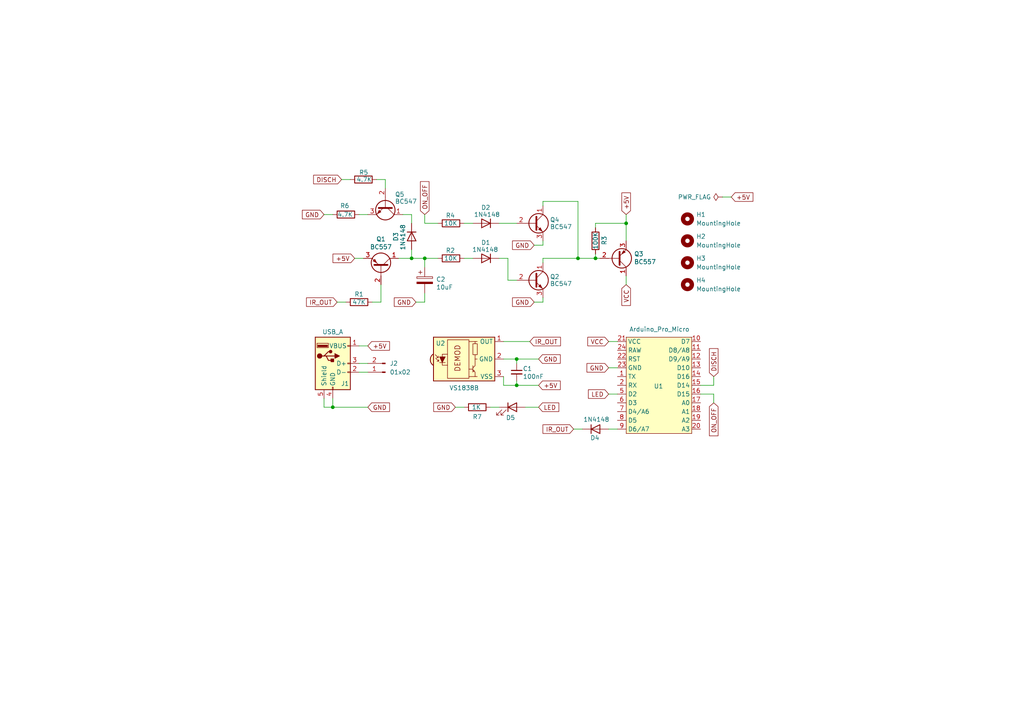
<source format=kicad_sch>
(kicad_sch (version 20250114) (generator "eeschema") (generator_version "9.0")
  (paper "A4")
  (lib_symbols
    (symbol "Connector:Conn_01x02_Pin" (pin_names (offset 1.016) (hide yes))
      (property "Reference" "J" (at 0 2.54 0))
      (property "Value" "Conn_01x02_Pin" (at 0 -5.08 0))
      (symbol "Conn_01x02_Pin_1_1"
        (rectangle (start 0.8636 0.127) (end 0 -0.127) (stroke (width 0.1524)) (fill (type outline)))
        (rectangle (start 0.8636 -2.413) (end 0 -2.667) (stroke (width 0.1524)) (fill (type outline)))
        (polyline (pts (xy 1.27 0) (xy 0.8636 0)) (stroke (width 0.1524)))
        (polyline (pts (xy 1.27 -2.54) (xy 0.8636 -2.54)) (stroke (width 0.1524)))
        (pin passive line (at 5.08 0 180) (length 3.81) (name "Pin_1") (number "1"))
        (pin passive line (at 5.08 -2.54 180) (length 3.81) (name "Pin_2") (number "2"))
      )
    )
    (symbol "Connector:USB_A" (pin_names (offset 1.016))
      (property "Reference" "J1" (at 3.556 -5.842 0))
      (property "Value" "USB_A" (at 0 9.144 0))
      (symbol "USB_A_0_1"
        (rectangle (start -5.08 -7.62) (end 5.08 7.62) (stroke (width 0.254)) (fill (type background)))
        (circle (center -3.81 2.159) (radius 0.635) (stroke (width 0.254)) (fill (type outline)))
        (polyline (pts (xy -3.175 2.159) (xy -2.54 2.159) (xy -1.27 3.429) (xy -0.635 3.429)) (stroke (width 0.254)))
        (polyline (pts (xy -2.54 2.159) (xy -1.905 2.159) (xy -1.27 0.889) (xy 0 0.889)) (stroke (width 0.254)))
        (rectangle (start -1.524 4.826) (end -4.318 5.334) (fill (type outline)))
        (rectangle (start -1.27 4.572) (end -4.572 5.842))
        (circle (center -0.635 3.429) (radius 0.381) (stroke (width 0.254)) (fill (type outline)))
        (rectangle (start -0.127 -7.62) (end 0.127 -6.858))
        (rectangle (start 0.254 1.27) (end -0.508 0.508) (stroke (width 0.254)) (fill (type outline)))
        (polyline (pts (xy 0.635 2.794) (xy 0.635 1.524) (xy 1.905 2.159) (xy 0.635 2.794)) (stroke (width 0.254)) (fill (type outline)))
        (rectangle (start 5.08 4.953) (end 4.318 5.207))
        (rectangle (start 5.08 -0.127) (end 4.318 0.127))
        (rectangle (start 5.08 -2.667) (end 4.318 -2.413))
      )
      (symbol "USB_A_1_1"
        (polyline (pts (xy -1.905 2.159) (xy 0.635 2.159)) (stroke (width 0.254)))
        (pin passive line (at -2.54 -10.16 90) (length 2.54) (name "Shield") (number "5"))
        (pin passive line (at 0 -10.16 90) (length 2.54) (name "GND") (number "4"))
        (pin power_in line (at 7.62 5.08 180) (length 2.54) (name "VBUS") (number "1"))
        (pin free line (at 7.62 0 180) (length 2.54) (name "D+") (number "3"))
        (pin free line (at 7.62 -2.54 180) (length 2.54) (name "D-") (number "2"))
      )
    )
    (symbol "Custom:VS1838B"
      (property "Reference" "U2" (at -8.128 4.572 0))
      (property "Value" "VS1838B" (at -1.27 -8.382 0))
      (symbol "VS1838B_0_0"
        (arc (start -10.287 -1.778) (mid -11.0899 -0.1905) (end -10.287 1.397) (stroke (width 0.254)) (fill (type background)))
        (polyline (pts (xy 1.905 5.08) (xy 0.127 5.08)))
        (polyline (pts (xy 1.905 -5.08) (xy 0.127 -5.08)))
        (text "DEMOD" (at -3.175 0.254 900) (effects (font (size 1.524 1.524))))
      )
      (symbol "VS1838B_0_1"
        (polyline (pts (xy -8.763 0.381) (xy -9.652 1.27)))
        (polyline (pts (xy -8.763 0.381) (xy -9.271 0.381)))
        (polyline (pts (xy -8.763 0.381) (xy -8.763 0.889)))
        (polyline (pts (xy -8.636 -0.635) (xy -9.525 0.254)))
        (polyline (pts (xy -8.636 -0.635) (xy -9.144 -0.635)))
        (polyline (pts (xy -8.636 -0.635) (xy -8.636 -0.127)))
        (polyline (pts (xy -8.382 0.635) (xy -6.731 0.635) (xy -7.62 -1.016) (xy -8.382 0.635)) (fill (type outline)))
        (polyline (pts (xy -8.382 -1.016) (xy -6.731 -1.016)))
        (rectangle (start -6.096 5.588) (end 0.127 -5.588))
        (polyline (pts (xy -6.096 1.397) (xy -7.62 1.397) (xy -7.62 -1.778) (xy -6.096 -1.778)))
        (polyline (pts (xy 1.27 -1.905) (xy 1.27 -3.81)))
        (polyline (pts (xy 1.27 -2.54) (xy 1.905 -1.905) (xy 1.905 0) (xy 2.54 0)))
        (polyline (pts (xy 1.27 -2.921) (xy 0.127 -2.921)))
        (polyline (pts (xy 1.27 -3.175) (xy 1.905 -3.81) (xy 1.905 -5.08) (xy 2.54 -5.08)))
        (polyline (pts (xy 1.397 -3.556) (xy 1.524 -3.556)))
        (polyline (pts (xy 1.651 -3.556) (xy 1.524 -3.556)))
        (polyline (pts (xy 1.651 -3.556) (xy 1.651 -3.302)))
        (polyline (pts (xy 1.905 4.445) (xy 1.905 5.08) (xy 2.54 5.08)))
        (polyline (pts (xy 1.905 0) (xy 1.905 1.27)))
        (rectangle (start 2.54 1.27) (end 1.27 4.445))
        (rectangle (start 7.62 6.35) (end -10.16 -6.35) (stroke (width 0.254)) (fill (type background)))
      )
      (symbol "VS1838B_1_1"
        (pin output line (at 10.16 5.08 180) (length 2.54) (name "OUT") (number "1"))
        (pin passive line (at 10.16 0 180) (length 2.54) (name "GND") (number "2"))
        (pin power_in line (at 10.16 -5.08 180) (length 2.54) (name "VSS") (number "3"))
      )
    )
    (symbol "D_1" (pin_numbers (hide yes)) (pin_names (offset 1.016) (hide yes))
      (property "Reference" "D5" (at -1.27 -3.048 0))
      (property "Value" "1N5817" (at -3.302 -5.334 0))
      (symbol "D_1_0_1"
        (polyline (pts (xy -1.27 1.27) (xy -1.27 -1.27)) (stroke (width 0.254)))
        (polyline (pts (xy 1.27 1.27) (xy 1.27 -1.27) (xy -1.27 0) (xy 1.27 1.27)) (stroke (width 0.254)))
        (polyline (pts (xy 1.27 0) (xy -1.27 0)))
      )
      (symbol "D_1_1_1"
        (pin passive line (at -3.81 0 0) (length 2.54) (name "K") (number "1"))
        (pin passive line (at 3.81 0 180) (length 2.54) (name "A") (number "2"))
      )
    )
    (symbol "Device:C_Polarized" (pin_numbers (hide yes)) (pin_names (offset 0.254))
      (property "Reference" "C" (at 0.635 2.54 0))
      (property "Value" "C_Polarized" (at 0.635 -2.54 0))
      (symbol "C_Polarized_0_1"
        (rectangle (start -2.286 0.508) (end 2.286 1.016))
        (polyline (pts (xy -1.778 2.286) (xy -0.762 2.286)))
        (polyline (pts (xy -1.27 2.794) (xy -1.27 1.778)))
        (rectangle (start 2.286 -0.508) (end -2.286 -1.016) (fill (type outline)))
      )
      (symbol "C_Polarized_1_1"
        (pin passive line (at 0 3.81 270) (length 2.794) (name "~") (number "1"))
        (pin passive line (at 0 -3.81 90) (length 2.794) (name "~") (number "2"))
      )
    )
    (symbol "Device:D" (pin_numbers (hide yes)) (pin_names (offset 1.016) (hide yes))
      (property "Reference" "D" (at 0 2.54 0))
      (property "Value" "D" (at 0 -2.54 0))
      (symbol "D_0_1"
        (polyline (pts (xy -1.27 1.27) (xy -1.27 -1.27)) (stroke (width 0.254)))
        (polyline (pts (xy 1.27 1.27) (xy 1.27 -1.27) (xy -1.27 0) (xy 1.27 1.27)) (stroke (width 0.254)))
        (polyline (pts (xy 1.27 0) (xy -1.27 0)))
      )
      (symbol "D_1_1"
        (pin passive line (at -3.81 0 0) (length 2.54) (name "K") (number "1"))
        (pin passive line (at 3.81 0 180) (length 2.54) (name "A") (number "2"))
      )
    )
    (symbol "Device:LED" (pin_numbers (hide yes)) (pin_names (offset 1.016) (hide yes))
      (property "Reference" "D" (at 0 2.54 0))
      (property "Value" "LED" (at 0 -2.54 0))
      (symbol "LED_0_1"
        (polyline (pts (xy -3.048 -0.762) (xy -4.572 -2.286) (xy -3.81 -2.286) (xy -4.572 -2.286) (xy -4.572 -1.524)))
        (polyline (pts (xy -1.778 -0.762) (xy -3.302 -2.286) (xy -2.54 -2.286) (xy -3.302 -2.286) (xy -3.302 -1.524)))
        (polyline (pts (xy -1.27 0) (xy 1.27 0)))
        (polyline (pts (xy -1.27 -1.27) (xy -1.27 1.27)) (stroke (width 0.254)))
        (polyline (pts (xy 1.27 -1.27) (xy 1.27 1.27) (xy -1.27 0) (xy 1.27 -1.27)) (stroke (width 0.254)))
      )
      (symbol "LED_1_1"
        (pin passive line (at -3.81 0 0) (length 2.54) (name "K") (number "1"))
        (pin passive line (at 3.81 0 180) (length 2.54) (name "A") (number "2"))
      )
    )
    (symbol "Device:R" (pin_numbers (hide yes)) (pin_names (offset 0))
      (property "Reference" "R" (at 2.032 0 90))
      (property "Value" "R" (at 0 0 90))
      (symbol "R_0_1"
        (rectangle (start -1.016 -2.54) (end 1.016 2.54) (stroke (width 0.254)))
      )
      (symbol "R_1_1"
        (pin passive line (at 0 3.81 270) (length 1.27) (name "~") (number "1"))
        (pin passive line (at 0 -3.81 90) (length 1.27) (name "~") (number "2"))
      )
    )
    (symbol "Mechanical:MountingHole" (pin_names (offset 1.016)) (in_bom no)
      (property "Reference" "H" (at 0 5.08 0))
      (property "Value" "MountingHole" (at 0 3.175 0))
      (symbol "MountingHole_0_1"
        (circle (center 0 0) (radius 1.27) (stroke (width 1.27)))
      )
    )
    (symbol "PCM_SparkFun-Board:ProMicroC"
      (property "Reference" "U1" (at 9.398 -15.494 0))
      (property "Value" "Arduino_Pro_Micro" (at 9.652 1.016 0))
      (symbol "ProMicroC_1_1"
        (rectangle (start 0 -1.27) (end 19.05 -29.21) (fill (type background)))
        (pin input line (at -2.54 -2.54 0) (length 2.54) (name "VCC") (number "21"))
        (pin free line (at -2.54 -5.08 0) (length 2.54) (name "RAW") (number "24"))
        (pin free line (at -2.54 -7.62 0) (length 2.54) (name "RST") (number "22"))
        (pin passive line (at -2.54 -10.16 0) (length 2.54) (name "GND") (number "23"))
        (pin passive line (at -2.54 -10.16 0) (length 2.54) (hide yes) (name "GND") (number "3"))
        (pin passive line (at -2.54 -10.16 0) (length 2.54) (hide yes) (name "GND") (number "4"))
        (pin free line (at -2.54 -12.7 0) (length 2.54) (name "TX") (number "1"))
        (pin free line (at -2.54 -15.24 0) (length 2.54) (name "RX") (number "2"))
        (pin bidirectional line (at -2.54 -17.78 0) (length 2.54) (name "D2") (number "5"))
        (pin free line (at -2.54 -20.32 0) (length 2.54) (name "D3") (number "6"))
        (pin free line (at -2.54 -22.86 0) (length 2.54) (name "D4/A6") (number "7"))
        (pin free line (at -2.54 -25.4 0) (length 2.54) (name "D5") (number "8"))
        (pin bidirectional line (at -2.54 -27.94 0) (length 2.54) (name "D6/A7") (number "9"))
        (pin free line (at 21.59 -2.54 180) (length 2.54) (name "D7") (number "10"))
        (pin free line (at 21.59 -5.08 180) (length 2.54) (name "D8/A8") (number "11"))
        (pin free line (at 21.59 -7.62 180) (length 2.54) (name "D9/A9") (number "12"))
        (pin free line (at 21.59 -10.16 180) (length 2.54) (name "D10") (number "13"))
        (pin free line (at 21.59 -12.7 180) (length 2.54) (name "D16") (number "14"))
        (pin bidirectional line (at 21.59 -15.24 180) (length 2.54) (name "D14") (number "15"))
        (pin bidirectional line (at 21.59 -17.78 180) (length 2.54) (name "D15") (number "16"))
        (pin free line (at 21.59 -20.32 180) (length 2.54) (name "A0") (number "17"))
        (pin free line (at 21.59 -22.86 180) (length 2.54) (name "A1") (number "18"))
        (pin free line (at 21.59 -25.4 180) (length 2.54) (name "A2") (number "19"))
        (pin free line (at 21.59 -27.94 180) (length 2.54) (name "A3") (number "20"))
      )
    )
    (symbol "PCM_SparkFun-Capacitor:C" (pin_numbers (hide yes)) (pin_names (offset 0.254))
      (property "Reference" "C" (at 0.635 2.54 0))
      (property "Value" "C" (at 0.635 -2.54 0))
      (property "Voltage" "1kV" (at 0 -6.35 0))
      (property "Tolerance" "100%" (at 0 -8.89 0))
      (symbol "C_0_1"
        (polyline (pts (xy -1.524 0.508) (xy 1.524 0.508)) (stroke (width 0.3048)))
        (polyline (pts (xy -1.524 -0.508) (xy 1.524 -0.508)) (stroke (width 0.3302)))
      )
      (symbol "C_1_1"
        (pin passive line (at 0 2.54 270) (length 2.032) (name "~") (number "1"))
        (pin passive line (at 0 -2.54 90) (length 2.032) (name "~") (number "2"))
      )
    )
    (symbol "Transistor_BJT:BC547" (pin_names (offset 0) (hide yes))
      (property "Reference" "Q" (at 5.08 1.905 0))
      (property "Value" "BC547" (at 5.08 0 0))
      (symbol "BC547_0_1"
        (polyline (pts (xy -2.54 0) (xy 0.635 0)))
        (polyline (pts (xy 0.635 1.905) (xy 0.635 -1.905)) (stroke (width 0.508)))
        (circle (center 1.27 0) (radius 2.8194) (stroke (width 0.254)))
      )
      (symbol "BC547_1_1"
        (polyline (pts (xy 0.635 0.635) (xy 2.54 2.54)))
        (polyline (pts (xy 0.635 -0.635) (xy 2.54 -2.54)))
        (polyline (pts (xy 1.27 -1.778) (xy 1.778 -1.27) (xy 2.286 -2.286) (xy 1.27 -1.778)) (fill (type outline)))
        (pin input line (at -5.08 0 0) (length 2.54) (name "B") (number "2"))
        (pin passive line (at 2.54 5.08 270) (length 2.54) (name "C") (number "1"))
        (pin passive line (at 2.54 -5.08 90) (length 2.54) (name "E") (number "3"))
      )
    )
    (symbol "Transistor_BJT:BC557" (pin_names (offset 0) (hide yes))
      (property "Reference" "Q" (at 5.08 1.905 0))
      (property "Value" "BC557" (at 5.08 0 0))
      (symbol "BC557_0_1"
        (polyline (pts (xy -2.54 0) (xy 0.635 0)))
        (polyline (pts (xy 0.635 1.905) (xy 0.635 -1.905)) (stroke (width 0.508)))
        (polyline (pts (xy 0.635 0.635) (xy 2.54 2.54)))
        (polyline (pts (xy 0.635 -0.635) (xy 2.54 -2.54)))
        (circle (center 1.27 0) (radius 2.8194) (stroke (width 0.254)))
        (polyline (pts (xy 2.286 -1.778) (xy 1.778 -2.286) (xy 1.27 -1.27) (xy 2.286 -1.778)) (fill (type outline)))
      )
      (symbol "BC557_1_1"
        (pin input line (at -5.08 0 0) (length 2.54) (name "B") (number "2"))
        (pin passive line (at 2.54 5.08 270) (length 2.54) (name "C") (number "1"))
        (pin passive line (at 2.54 -5.08 90) (length 2.54) (name "E") (number "3"))
      )
    )
    (symbol "power:PWR_FLAG" (power) (pin_numbers (hide yes)) (pin_names (offset 0) (hide yes))
      (property "Value" "PWR_FLAG" (at 0 3.81 0))
      (symbol "PWR_FLAG_0_0"
        (pin power_out line (at 0 0 90) (length 0) (name "~") (number "1"))
      )
      (symbol "PWR_FLAG_0_1"
        (polyline (pts (xy 0 0) (xy 0 1.27) (xy -1.016 1.905) (xy 0 2.54) (xy 1.016 1.905) (xy 0 1.27)))
      )
    )
  )
  (junction (at 167.64 74.93))
  (junction (at 181.61 64.77))
  (junction (at 172.72 74.93))
  (junction (at 123.19 74.93))
  (junction (at 96.52 118.11))
  (junction (at 149.86 111.76))
  (junction (at 119.38 74.93))
  (junction (at 149.86 104.14))
  (wire (pts (xy 157.48 59.69) (xy 157.48 58.42)))
  (wire (pts (xy 156.21 104.14) (xy 149.86 104.14)))
  (wire (pts (xy 123.19 85.09) (xy 123.19 87.63)))
  (wire (pts (xy 123.19 64.77) (xy 127 64.77)))
  (wire (pts (xy 167.64 74.93) (xy 172.72 74.93)))
  (wire (pts (xy 207.01 109.22) (xy 207.01 111.76)))
  (wire (pts (xy 147.32 81.28) (xy 149.86 81.28)))
  (wire (pts (xy 106.68 118.11) (xy 96.52 118.11)))
  (wire (pts (xy 144.78 118.11) (xy 142.24 118.11)))
  (wire (pts (xy 93.98 62.23) (xy 96.52 62.23)))
  (wire (pts (xy 120.65 87.63) (xy 123.19 87.63)))
  (wire (pts (xy 176.53 114.3) (xy 179.07 114.3)))
  (wire (pts (xy 119.38 72.39) (xy 119.38 74.93)))
  (wire (pts (xy 154.94 87.63) (xy 157.48 87.63)))
  (wire (pts (xy 181.61 80.01) (xy 181.61 82.55)))
  (wire (pts (xy 157.48 71.12) (xy 157.48 69.85)))
  (wire (pts (xy 207.01 114.3) (xy 207.01 116.84)))
  (wire (pts (xy 181.61 62.23) (xy 181.61 64.77)))
  (wire (pts (xy 134.62 74.93) (xy 137.16 74.93)))
  (wire (pts (xy 157.48 74.93) (xy 167.64 74.93)))
  (wire (pts (xy 115.57 74.93) (xy 119.38 74.93)))
  (wire (pts (xy 147.32 81.28) (xy 147.32 74.93)))
  (wire (pts (xy 107.95 87.63) (xy 110.49 87.63)))
  (wire (pts (xy 156.21 111.76) (xy 149.86 111.76)))
  (wire (pts (xy 157.48 58.42) (xy 167.64 58.42)))
  (wire (pts (xy 167.64 58.42) (xy 167.64 74.93)))
  (wire (pts (xy 172.72 64.77) (xy 181.61 64.77)))
  (wire (pts (xy 176.53 99.06) (xy 179.07 99.06)))
  (wire (pts (xy 93.98 115.57) (xy 93.98 118.11)))
  (wire (pts (xy 172.72 66.04) (xy 172.72 64.77)))
  (wire (pts (xy 152.4 118.11) (xy 156.21 118.11)))
  (wire (pts (xy 104.14 62.23) (xy 106.68 62.23)))
  (wire (pts (xy 119.38 62.23) (xy 119.38 64.77)))
  (wire (pts (xy 154.94 71.12) (xy 157.48 71.12)))
  (wire (pts (xy 157.48 86.36) (xy 157.48 87.63)))
  (wire (pts (xy 123.19 62.23) (xy 123.19 64.77)))
  (wire (pts (xy 176.53 106.68) (xy 179.07 106.68)))
  (wire (pts (xy 104.14 100.33) (xy 106.68 100.33)))
  (wire (pts (xy 146.05 111.76) (xy 146.05 109.22)))
  (wire (pts (xy 149.86 105.41) (xy 149.86 104.14)))
  (wire (pts (xy 119.38 62.23) (xy 116.84 62.23)))
  (wire (pts (xy 209.55 57.15) (xy 212.09 57.15)))
  (wire (pts (xy 181.61 64.77) (xy 181.61 69.85)))
  (wire (pts (xy 207.01 111.76) (xy 203.2 111.76)))
  (wire (pts (xy 172.72 74.93) (xy 173.99 74.93)))
  (wire (pts (xy 104.14 105.41) (xy 106.68 105.41)))
  (wire (pts (xy 166.37 124.46) (xy 168.91 124.46)))
  (wire (pts (xy 102.87 74.93) (xy 105.41 74.93)))
  (wire (pts (xy 93.98 118.11) (xy 96.52 118.11)))
  (wire (pts (xy 97.79 87.63) (xy 100.33 87.63)))
  (wire (pts (xy 119.38 74.93) (xy 123.19 74.93)))
  (wire (pts (xy 176.53 124.46) (xy 179.07 124.46)))
  (wire (pts (xy 123.19 74.93) (xy 123.19 77.47)))
  (wire (pts (xy 110.49 87.63) (xy 110.49 82.55)))
  (wire (pts (xy 104.14 107.95) (xy 106.68 107.95)))
  (wire (pts (xy 146.05 111.76) (xy 149.86 111.76)))
  (wire (pts (xy 123.19 74.93) (xy 127 74.93)))
  (wire (pts (xy 146.05 104.14) (xy 149.86 104.14)))
  (wire (pts (xy 157.48 76.2) (xy 157.48 74.93)))
  (wire (pts (xy 109.22 52.07) (xy 111.76 52.07)))
  (wire (pts (xy 149.86 111.76) (xy 149.86 110.49)))
  (wire (pts (xy 207.01 114.3) (xy 203.2 114.3)))
  (wire (pts (xy 153.67 99.06) (xy 146.05 99.06)))
  (wire (pts (xy 132.08 118.11) (xy 134.62 118.11)))
  (wire (pts (xy 111.76 52.07) (xy 111.76 54.61)))
  (wire (pts (xy 134.62 64.77) (xy 137.16 64.77)))
  (wire (pts (xy 96.52 118.11) (xy 96.52 115.57)))
  (wire (pts (xy 99.06 52.07) (xy 101.6 52.07)))
  (wire (pts (xy 144.78 64.77) (xy 149.86 64.77)))
  (wire (pts (xy 147.32 74.93) (xy 144.78 74.93)))
  (wire (pts (xy 172.72 73.66) (xy 172.72 74.93)))
  (global_label "DISCH" (shape input) (at 207.01 109.22 90) (property "Intersheetrefs" "${INTERSHEET_REFS}" (effects (hide yes))))
  (global_label "GND" (shape input) (at 154.94 71.12 180) (property "Intersheetrefs" "${INTERSHEET_REFS}" (effects (hide yes))))
  (global_label "LED" (shape input) (at 176.53 114.3 180) (property "Intersheetrefs" "${INTERSHEET_REFS}" (effects (hide yes))))
  (global_label "ON_OFF" (shape input) (at 123.19 62.23 90) (property "Intersheetrefs" "${INTERSHEET_REFS}" (effects (hide yes))))
  (global_label "+5V" (shape input) (at 102.87 74.93 180) (property "Intersheetrefs" "${INTERSHEET_REFS}" (effects (hide yes))))
  (global_label "IR_OUT" (shape input) (at 153.67 99.06 0) (property "Intersheetrefs" "${INTERSHEET_REFS}" (effects (hide yes))))
  (global_label "GND" (shape input) (at 156.21 104.14 0) (property "Intersheetrefs" "${INTERSHEET_REFS}" (effects (hide yes))))
  (global_label "+5V" (shape input) (at 156.21 111.76 0) (property "Intersheetrefs" "${INTERSHEET_REFS}" (effects (hide yes))))
  (global_label "ON_OFF" (shape input) (at 207.01 116.84 270) (property "Intersheetrefs" "${INTERSHEET_REFS}" (effects (hide yes))))
  (global_label "GND" (shape input) (at 120.65 87.63 180) (property "Intersheetrefs" "${INTERSHEET_REFS}" (effects (hide yes))))
  (global_label "GND" (shape input) (at 93.98 62.23 180) (property "Intersheetrefs" "${INTERSHEET_REFS}" (effects (hide yes))))
  (global_label "+5V" (shape input) (at 181.61 62.23 90) (property "Intersheetrefs" "${INTERSHEET_REFS}" (effects (hide yes))))
  (global_label "VCC" (shape input) (at 176.53 99.06 180) (property "Intersheetrefs" "${INTERSHEET_REFS}" (effects (hide yes))))
  (global_label "+5V" (shape input) (at 212.09 57.15 0) (property "Intersheetrefs" "${INTERSHEET_REFS}" (effects (hide yes))))
  (global_label "IR_OUT" (shape input) (at 166.37 124.46 180) (property "Intersheetrefs" "${INTERSHEET_REFS}" (effects (hide yes))))
  (global_label "DISCH" (shape input) (at 99.06 52.07 180) (property "Intersheetrefs" "${INTERSHEET_REFS}" (effects (hide yes))))
  (global_label "GND" (shape input) (at 106.68 118.11 0) (property "Intersheetrefs" "${INTERSHEET_REFS}" (effects (hide yes))))
  (global_label "IR_OUT" (shape input) (at 97.79 87.63 180) (property "Intersheetrefs" "${INTERSHEET_REFS}" (effects (hide yes))))
  (global_label "+5V" (shape input) (at 106.68 100.33 0) (property "Intersheetrefs" "${INTERSHEET_REFS}" (effects (hide yes))))
  (global_label "LED" (shape input) (at 156.21 118.11 0) (property "Intersheetrefs" "${INTERSHEET_REFS}" (effects (hide yes))))
  (global_label "GND" (shape input) (at 176.53 106.68 180) (property "Intersheetrefs" "${INTERSHEET_REFS}" (effects (hide yes))))
  (global_label "GND" (shape input) (at 132.08 118.11 180) (property "Intersheetrefs" "${INTERSHEET_REFS}" (effects (hide yes))))
  (global_label "VCC" (shape input) (at 181.61 82.55 270) (property "Intersheetrefs" "${INTERSHEET_REFS}" (effects (hide yes))))
  (global_label "GND" (shape input) (at 154.94 87.63 180) (property "Intersheetrefs" "${INTERSHEET_REFS}" (effects (hide yes))))
  (symbol (lib_id "Connector:Conn_01x02_Pin") (at 111.76 107.95 180) (unit 1)
    (property "Reference" "J2" (at 113.03 105.4099 0) (effects (justify right)))
    (property "Value" "01x02" (at 113.03 107.9499 0) (effects (justify right)))
    (property "Footprint" "Connector_JST:JST_EH_B2B-EH-A_1x02_P2.50mm_Vertical" (effects (hide yes)))
    (property "Description" "Generic connector, single row, 01x02, script generated" (effects (hide yes)))
  )
  (symbol (lib_id "Device:R") (at 130.81 64.77 270) (unit 1)
    (property "Reference" "R4" (at 129.286 62.484 90) (effects (justify left)))
    (property "Value" "10K" (at 128.778 64.77 90) (effects (justify left)))
    (property "Footprint" "Resistor_THT:R_Axial_DIN0207_L6.3mm_D2.5mm_P2.54mm_Vertical" (effects (hide yes)))
    (property "Description" "Resistor" (effects (hide yes)))
  )
  (symbol (lib_name "D_1") (lib_id "Device:D") (at 172.72 124.46 0) (mirror x) (unit 1)
    (property "Reference" "D4" (at 171.196 127 0) (effects (justify left)))
    (property "Value" "1N4148" (at 169.164 121.666 0) (effects (justify left)))
    (property "Footprint" "Diode_THT:D_DO-35_SOD27_P7.62mm_Horizontal" (effects (hide yes)))
    (property "Description" "Diode" (effects (hide yes)))
    (property "Sim.Device" "D" (effects (hide yes)))
    (property "Sim.Pins" "1=K 2=A" (effects (hide yes)))
  )
  (symbol (lib_id "PCM_SparkFun-Board:ProMicroC") (at 181.61 96.52 0) (unit 1)
    (property "Reference" "U1" (at 191.008 112.014 0))
    (property "Value" "Arduino_Pro_Micro" (at 191.262 95.504 0))
    (property "Footprint" "Custom:Arduino_Pro_Micro" (effects (hide yes)))
    (property "Datasheet" "https://www.sparkfun.com/products/15795" (effects (hide yes)))
  )
  (symbol (lib_id "Device:LED") (at 148.59 118.11 0) (unit 1)
    (property "Reference" "D5" (at 148.082 121.158 0))
    (property "Value" "LED" (effects (hide yes)))
    (property "Footprint" "LED_THT:LED_D5.0mm" (effects (hide yes)))
    (property "Description" "Light emitting diode" (effects (hide yes)))
    (property "Sim.Pins" "1=K 2=A" (effects (hide yes)))
  )
  (symbol (lib_id "Device:D") (at 119.38 68.58 270) (unit 1)
    (property "Reference" "D3" (at 114.808 67.31 0) (effects (justify left)))
    (property "Value" "1N4148" (at 116.84 65.024 0) (effects (justify left)))
    (property "Footprint" "Diode_THT:D_DO-35_SOD27_P7.62mm_Horizontal" (effects (hide yes)))
    (property "Description" "Diode" (effects (hide yes)))
    (property "Sim.Device" "D" (effects (hide yes)))
    (property "Sim.Pins" "1=K 2=A" (effects (hide yes)))
  )
  (symbol (lib_id "Transistor_BJT:BC557") (at 179.07 74.93 0) (mirror x) (unit 1)
    (property "Reference" "Q3" (at 183.896 73.66 0) (effects (justify left)))
    (property "Value" "BC557" (at 183.896 75.946 0) (effects (justify left)))
    (property "Footprint" "Package_TO_SOT_THT:TO-92_Inline_Wide" (effects (hide yes)))
    (property "Datasheet" "https://www.onsemi.com/pub/Collateral/BC556BTA-D.pdf" (effects (hide yes)))
    (property "Description" "0.1A Ic, 45V Vce, PNP Small Signal Transistor, TO-92" (effects (hide yes)))
  )
  (symbol (lib_id "Device:R") (at 104.14 87.63 90) (unit 1)
    (property "Reference" "R1" (at 104.14 85.344 90))
    (property "Value" "47K" (at 104.14 87.63 90))
    (property "Footprint" "Resistor_THT:R_Axial_DIN0207_L6.3mm_D2.5mm_P2.54mm_Vertical" (effects (hide yes)))
    (property "Description" "Resistor" (effects (hide yes)))
  )
  (symbol (lib_id "Mechanical:MountingHole") (at 199.39 63.5 0) (unit 1) (in_bom no)
    (property "Reference" "H1" (at 201.93 62.2299 0) (effects (justify left)))
    (property "Value" "MountingHole" (at 201.93 64.7699 0) (effects (justify left)))
    (property "Footprint" "MountingHole:MountingHole_2mm" (effects (hide yes)))
    (property "Description" "Mounting Hole without connection" (effects (hide yes)))
  )
  (symbol (lib_id "Mechanical:MountingHole") (at 199.39 82.55 0) (unit 1) (in_bom no)
    (property "Reference" "H4" (at 201.93 81.2799 0) (effects (justify left)))
    (property "Value" "MountingHole" (at 201.93 83.8199 0) (effects (justify left)))
    (property "Footprint" "MountingHole:MountingHole_2mm" (effects (hide yes)))
    (property "Description" "Mounting Hole without connection" (effects (hide yes)))
  )
  (symbol (lib_id "Transistor_BJT:BC547") (at 154.94 81.28 0) (unit 1)
    (property "Reference" "Q2" (at 159.512 80.264 0) (effects (justify left)))
    (property "Value" "BC547" (at 159.512 82.296 0) (effects (justify left)))
    (property "Footprint" "Package_TO_SOT_THT:TO-92_Inline_Wide" (effects (hide yes)))
    (property "Datasheet" "https://www.onsemi.com/pub/Collateral/BC550-D.pdf" (effects (hide yes)))
    (property "Description" "0.1A Ic, 45V Vce, Small Signal NPN Transistor, TO-92" (effects (hide yes)))
  )
  (symbol (lib_id "Transistor_BJT:BC547") (at 111.76 59.69 270) (unit 1)
    (property "Reference" "Q5" (at 114.554 56.388 90) (effects (justify left)))
    (property "Value" "BC547" (at 114.554 58.42 90) (effects (justify left)))
    (property "Footprint" "Package_TO_SOT_THT:TO-92_Inline_Wide" (effects (hide yes)))
    (property "Datasheet" "https://www.onsemi.com/pub/Collateral/BC550-D.pdf" (effects (hide yes)))
    (property "Description" "0.1A Ic, 45V Vce, Small Signal NPN Transistor, TO-92" (effects (hide yes)))
  )
  (symbol (lib_id "Mechanical:MountingHole") (at 199.39 76.2 0) (unit 1) (in_bom no)
    (property "Reference" "H3" (at 201.93 74.9299 0) (effects (justify left)))
    (property "Value" "MountingHole" (at 201.93 77.4699 0) (effects (justify left)))
    (property "Footprint" "MountingHole:MountingHole_2mm" (effects (hide yes)))
    (property "Description" "Mounting Hole without connection" (effects (hide yes)))
  )
  (symbol (lib_id "Device:R") (at 130.81 74.93 270) (unit 1)
    (property "Reference" "R2" (at 129.286 72.644 90) (effects (justify left)))
    (property "Value" "10K" (at 128.778 74.93 90) (effects (justify left)))
    (property "Footprint" "Resistor_THT:R_Axial_DIN0207_L6.3mm_D2.5mm_P2.54mm_Vertical" (effects (hide yes)))
    (property "Description" "Resistor" (effects (hide yes)))
  )
  (symbol (lib_id "Device:R") (at 100.33 62.23 90) (unit 1)
    (property "Reference" "R6" (at 101.346 59.69 90) (effects (justify left)))
    (property "Value" "4.7K" (at 102.362 62.23 90) (effects (justify left)))
    (property "Footprint" "Resistor_THT:R_Axial_DIN0207_L6.3mm_D2.5mm_P2.54mm_Vertical" (effects (hide yes)))
    (property "Description" "Resistor" (effects (hide yes)))
  )
  (symbol (lib_id "Transistor_BJT:BC547") (at 154.94 64.77 0) (unit 1)
    (property "Reference" "Q4" (at 159.512 63.754 0) (effects (justify left)))
    (property "Value" "BC547" (at 159.512 65.786 0) (effects (justify left)))
    (property "Footprint" "Package_TO_SOT_THT:TO-92_Inline_Wide" (effects (hide yes)))
    (property "Datasheet" "https://www.onsemi.com/pub/Collateral/BC550-D.pdf" (effects (hide yes)))
    (property "Description" "0.1A Ic, 45V Vce, Small Signal NPN Transistor, TO-92" (effects (hide yes)))
  )
  (symbol (lib_id "Transistor_BJT:BC557") (at 110.49 77.47 270) (mirror x) (unit 1)
    (property "Reference" "Q1" (at 110.49 69.342 90))
    (property "Value" "BC557" (at 110.49 71.628 90))
    (property "Footprint" "Package_TO_SOT_THT:TO-92_Inline_Wide" (effects (hide yes)))
    (property "Datasheet" "https://www.onsemi.com/pub/Collateral/BC556BTA-D.pdf" (effects (hide yes)))
    (property "Description" "0.1A Ic, 45V Vce, PNP Small Signal Transistor, TO-92" (effects (hide yes)))
  )
  (symbol (lib_id "Device:C_Polarized") (at 123.19 81.28 0) (unit 1)
    (property "Reference" "C2" (at 126.492 81.026 0) (effects (justify left)))
    (property "Value" "10uF" (at 126.492 83.312 0) (effects (justify left)))
    (property "Footprint" "Capacitor_THT:CP_Radial_D5.0mm_P2.50mm" (effects (hide yes)))
    (property "Description" "Polarized capacitor" (effects (hide yes)))
  )
  (symbol (lib_id "Custom:VS1838B") (at 135.89 104.14 0) (unit 1)
    (property "Reference" "U2" (at 127.762 99.568 0))
    (property "Value" "VS1838B" (at 134.62 112.522 0))
    (property "Footprint" "OptoDevice:Vishay_MINICAST-3Pin" (effects (hide yes)))
    (property "Datasheet" "Datasheet not available" (effects (hide yes)))
    (property "Description" "IR Sensor for Remote Control Systems" (effects (hide yes)))
  )
  (symbol (lib_id "Device:R") (at 138.43 118.11 270) (unit 1)
    (property "Reference" "R7" (at 138.43 120.904 90))
    (property "Value" "1K" (at 138.176 118.11 90))
    (property "Footprint" "Resistor_THT:R_Axial_DIN0204_L3.6mm_D1.6mm_P7.62mm_Horizontal" (effects (hide yes)))
    (property "Description" "Resistor" (effects (hide yes)))
  )
  (symbol (lib_id "Connector:USB_A") (at 96.52 105.41 0) (unit 1)
    (property "Reference" "J1" (at 100.076 111.252 0))
    (property "Value" "USB_A" (at 96.52 96.266 0))
    (property "Footprint" "Connector_USB:USB_A_Molex_67643_Horizontal" (effects (hide yes)))
    (property "Description" "USB Type A connector" (effects (hide yes)))
  )
  (symbol (lib_id "Device:R") (at 105.41 52.07 270) (unit 1)
    (property "Reference" "R5" (at 104.14 50.038 90) (effects (justify left)))
    (property "Value" "4.7K" (at 103.378 52.07 90) (effects (justify left)))
    (property "Footprint" "Resistor_THT:R_Axial_DIN0207_L6.3mm_D2.5mm_P2.54mm_Vertical" (effects (hide yes)))
    (property "Description" "Resistor" (effects (hide yes)))
  )
  (symbol (lib_id "Device:D") (at 140.97 64.77 180) (unit 1)
    (property "Reference" "D2" (at 142.24 60.198 0) (effects (justify left)))
    (property "Value" "1N4148" (at 145.034 62.23 0) (effects (justify left)))
    (property "Footprint" "Diode_THT:D_DO-35_SOD27_P7.62mm_Horizontal" (effects (hide yes)))
    (property "Description" "Diode" (effects (hide yes)))
    (property "Sim.Device" "D" (effects (hide yes)))
    (property "Sim.Pins" "1=K 2=A" (effects (hide yes)))
  )
  (symbol (lib_id "power:PWR_FLAG") (at 209.55 57.15 90) (unit 1)
    (property "Reference" "#FLG01" (effects (hide yes)))
    (property "Value" "PWR_FLAG" (at 206.248 57.15 90) (effects (justify left)))
    (property "Description" "Special symbol for telling ERC where power comes from" (effects (hide yes)))
  )
  (symbol (lib_id "Device:D") (at 140.97 74.93 180) (unit 1)
    (property "Reference" "D1" (at 142.24 70.358 0) (effects (justify left)))
    (property "Value" "1N4148" (at 144.526 72.39 0) (effects (justify left)))
    (property "Footprint" "Diode_THT:D_DO-35_SOD27_P7.62mm_Horizontal" (effects (hide yes)))
    (property "Description" "Diode" (effects (hide yes)))
    (property "Sim.Device" "D" (effects (hide yes)))
    (property "Sim.Pins" "1=K 2=A" (effects (hide yes)))
  )
  (symbol (lib_id "PCM_SparkFun-Capacitor:C") (at 149.86 107.95 0) (unit 1)
    (property "Reference" "C1" (at 151.638 106.934 0) (effects (justify left)))
    (property "Value" "100nF" (at 151.638 109.22 0) (effects (justify left)))
    (property "Footprint" "Capacitor_THT:C_Disc_D6.0mm_W2.5mm_P5.00mm" (effects (hide yes)))
    (property "Datasheet" "https://cdn.sparkfun.com/assets/8/a/4/a/5/Kemet_Capacitor_Datasheet.pdf" (effects (hide yes)))
    (property "Description" "Unpolarized capacitor" (effects (hide yes)))
    (property "PROD_ID" "CAP-00000" (effects (hide yes)))
    (property "Voltage" "1kV" (effects (hide yes)))
    (property "Tolerance" "100%" (effects (hide yes)))
  )
  (symbol (lib_id "Mechanical:MountingHole") (at 199.39 69.85 0) (unit 1) (in_bom no)
    (property "Reference" "H2" (at 201.93 68.5799 0) (effects (justify left)))
    (property "Value" "MountingHole" (at 201.93 71.1199 0) (effects (justify left)))
    (property "Footprint" "MountingHole:MountingHole_2mm" (effects (hide yes)))
    (property "Description" "Mounting Hole without connection" (effects (hide yes)))
  )
  (symbol (lib_id "Device:R") (at 172.72 69.85 0) (unit 1)
    (property "Reference" "R3" (at 175.26 71.12 90) (effects (justify left)))
    (property "Value" "100K" (at 172.72 72.39 90) (effects (justify left)))
    (property "Footprint" "Resistor_THT:R_Axial_DIN0207_L6.3mm_D2.5mm_P2.54mm_Vertical" (effects (hide yes)))
    (property "Description" "Resistor" (effects (hide yes)))
  )
)
</source>
